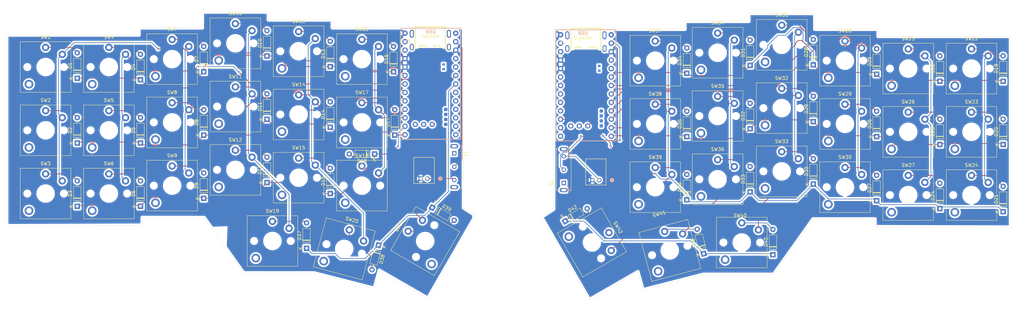
<source format=kicad_pcb>
(kicad_pcb (version 20241229) (generator "pcbnew") (generator_version "9.0")
  (title_block (title "Thyme: Split Keyboard PCB") (date "03/28/2025") (rev "1.16"))
  (layers (0 "F.Cu" signal) (2 "B.Cu" signal) (13 "F.Paste" user) (15 "B.Paste" user) (5 "F.SilkS" user "F.Silkscreen") (7 "B.SilkS" user "B.Silkscreen") (1 "F.Mask" user) (3 "B.Mask" user) (25 "Edge.Cuts" user))
  (net 0 "")
  (net 1 "L-ROW0")
  (net 2 "Net-(D1-A)")
  (net 3 "L-ROW1")
  (net 4 "Net-(D2-A)")
  (net 5 "L-ROW2")
  (net 6 "Net-(D3-A)")
  (net 7 "Net-(D4-A)")
  (net 8 "Net-(D5-A)")
  (net 9 "Net-(D6-A)")
  (net 10 "Net-(D7-A)")
  (net 11 "Net-(D8-A)")
  (net 12 "Net-(D9-A)")
  (net 13 "Net-(D10-A)")
  (net 14 "Net-(D11-A)")
  (net 15 "Net-(D12-A)")
  (net 16 "Net-(D13-A)")
  (net 17 "Net-(D14-A)")
  (net 18 "Net-(D15-A)")
  (net 19 "Net-(D16-A)")
  (net 20 "Net-(D17-A)")
  (net 21 "Net-(D18-A)")
  (net 22 "R-ROW0")
  (net 23 "Net-(D19-A)")
  (net 24 "Net-(D20-A)")
  (net 25 "R-ROW1")
  (net 26 "R-ROW2")
  (net 27 "Net-(D21-A)")
  (net 28 "Net-(D22-A)")
  (net 29 "Net-(D23-A)")
  (net 30 "Net-(D24-A)")
  (net 31 "Net-(D25-A)")
  (net 32 "Net-(D26-A)")
  (net 33 "Net-(D27-A)")
  (net 34 "Net-(D28-A)")
  (net 35 "Net-(D29-A)")
  (net 36 "Net-(D30-A)")
  (net 37 "Net-(D31-A)")
  (net 38 "Net-(D32-A)")
  (net 39 "Net-(D33-A)")
  (net 40 "Net-(D34-A)")
  (net 41 "Net-(D35-A)")
  (net 42 "Net-(D36-A)")
  (net 43 "Net-(D37-A)")
  (net 44 "Net-(D38-A)")
  (net 45 "Net-(D39-A)")
  (net 46 "Net-(D40-A)")
  (net 47 "Net-(D41-A)")
  (net 48 "Net-(D42-A)")
  (net 49 "L-COL0")
  (net 50 "L-COL1")
  (net 51 "L-COL2")
  (net 52 "L-COL3")
  (net 53 "L-COL4")
  (net 54 "L-COL5")
  (net 55 "R-COL0")
  (net 56 "R-COL1")
  (net 57 "R-COL2")
  (net 58 "R-COL3")
  (net 59 "R-COL4")
  (net 60 "R-COL5")
  (net 66 "LPOWER-GND")
  (net 67 "L-ROW3")
  (net 68 "R-ROW3")
  (net 78 "LPOWER-3.3V")
  (net 79 "RPOWER-GND")
  (net 80 "RPOWER-3.3V")
  (net 85 "LBATTERY_POSITIVE")
  (net 86 "RBATTERY_POSITIVE")
  (net 101 "Net-(S1-Pad2)")
  (net 104 "Net-(S2-Pad2)")
  (footprint "Switch_Keyboard_Kailh:SW_Kailh_Choc_V1V2_1.00u" (layer "F.Cu") (at 314.99302 103.681238)
    (property "Reference" "SW24")
    (property "Value" "SW_Push")
  )
  (footprint "Switch_Keyboard_Kailh:SW_Kailh_Choc_V1V2_1.00u" (layer "F.Cu") (at 55.89257 84.223099)
    (property "Reference" "SW5")
    (property "Value" "SW_Push")
  )
  (footprint "Switch_Keyboard_Kailh:SW_Kailh_Choc_V1V2_1.50u" (layer "F.Cu") (at 150.89257 117.486239 60)
    (property "Reference" "SW21")
    (property "Value" "SW_Push")
  )
  (footprint "Switch_Keyboard_Kailh:SW_Kailh_Choc_V1V2_1.00u" (layer "F.Cu") (at 276.99302 63.306238)
    (property "Reference" "SW28")
    (property "Value" "SW_Push")
  )
  (footprint "Switch_Keyboard_Kailh:SW_Kailh_Choc_V1V2_1.00u" (layer "F.Cu") (at 112.89257 98.473099)
    (property "Reference" "SW15")
    (property "Value" "SW_Push")
  )
  (footprint "Switch_Keyboard_Kailh:SW_Kailh_Choc_V1V2_1.00u" (layer "F.Cu") (at 93.89257 96.098099)
    (property "Reference" "SW12")
    (property "Value" "SW_Push")
  )
  (footprint "libraries:SuperMini NRF52840" (layer "F.Cu") (at 191.56045 55.526769)
    (property "Reference" "U2" (hide yes))
    (property "Value" "nice_nano")
  )
  (footprint "libraries:CONN_S2B-PH-K-S_JST" (layer "F.Cu") (at 151.56767 98.723099 180)
    (property "Reference" "J2")
    (property "Value" "JST BATTERY R")
  )
  (footprint "Diode_THT:D_DO-35_SOD27_P7.62mm_Horizontal" (layer "F.Cu") (at 46.39257 107.033099 90)
    (property "Reference" "D3")
    (property "Value" "D_Small")
  )
  (footprint "Diode_THT:D_DO-35_SOD27_P7.62mm_Horizontal" (layer "F.Cu") (at 229.49302 105.116238 90)
    (property "Reference" "D36")
    (property "Value" "D_Small")
  )
  (footprint "Diode_THT:D_DO-35_SOD27_P7.62mm_Horizontal" (layer "F.Cu") (at 267.47302 64.576238 90)
    (property "Reference" "D28")
    (property "Value" "D_Small")
  )
  (footprint "Diode_THT:D_DO-35_SOD27_P7.62mm_Horizontal" (layer "F.Cu") (at 136.878671 118.717922 -105)
    (property "Reference" "D38")
    (property "Value" "D_Small")
  )
  (footprint "Diode_THT:D_DO-35_SOD27_P7.62mm_Horizontal" (layer "F.Cu") (at 141.39257 66.658099 90)
    (property "Reference" "D16")
    (property "Value" "D_Small")
  )
  (footprint "Diode_THT:D_DO-35_SOD27_P7.62mm_Horizontal" (layer "F.Cu") (at 286.49302 105.363738 90)
    (property "Reference" "D27")
    (property "Value" "D_Small")
  )
  (footprint "Diode_THT:D_DO-35_SOD27_P7.62mm_Horizontal" (layer "F.Cu") (at 65.39257 107.033099 90)
    (property "Reference" "D6")
    (property "Value" "D_Small")
  )
  (footprint "Diode_THT:D_DO-35_SOD27_P7.62mm_Horizontal" (layer "F.Cu") (at 324.49302 69.491238 90)
    (property "Reference" "D19")
    (property "Value" "D_Small")
  )
  (footprint "Diode_THT:D_DO-35_SOD27_P7.62mm_Horizontal" (layer "F.Cu") (at 103.39257 61.908099 90)
    (property "Reference" "D10")
    (property "Value" "D_Small")
  )
  (footprint "Diode_THT:D_DO-35_SOD27_P7.62mm_Horizontal" (layer "F.Cu") (at 46.39257 68.580599 90)
    (property "Reference" "D1")
    (property "Value" "D_Small")
  )
  (footprint "Diode_THT:D_DO-35_SOD27_P7.62mm_Horizontal" (layer "F.Cu") (at 324.49302 108.678738 90)
    (property "Reference" "D21")
    (property "Value" "D_Small")
  )
  (footprint "Diode_THT:D_DO-35_SOD27_P7.62mm_Horizontal" (layer "F.Cu") (at 286.49302 86.116238 90)
    (property "Reference" "D26")
    (property "Value" "D_Small")
  )
  (footprint "Switch_Keyboard_Kailh:SW_Kailh_Choc_V1V2_1.00u" (layer "F.Cu") (at 238.74302 60.931238)
    (property "Reference" "SW34")
    (property "Value" "SW_Push")
  )
  (footprint "Diode_THT:D_DO-35_SOD27_P7.62mm_Horizontal" (layer "F.Cu") (at 84.39257 66.658099 90)
    (property "Reference" "D7")
    (property "Value" "D_Small")
  )
  (footprint "Switch_Keyboard_Kailh:SW_Kailh_Choc_V1V2_1.00u" (layer "F.Cu") (at 126.579978 119.848099 -15)
    (property "Reference" "SW20")
    (property "Value" "SW_Push")
  )
  (footprint "libraries:SW_SLW-1277744-3A-N-D" (layer "F.Cu") (at 159.64257 95.158099 -90)
    (property "Reference" "S1")
    (property "Value" "Power Switch")
  )
  (footprint "Diode_THT:D_DO-35_SOD27_P7.62mm_Horizontal" (layer "F.Cu") (at 65.39257 88.033099 90)
    (property "Reference" "D5")
    (property "Value" "D_Small")
  )
  (footprint "Diode_THT:D_DO-35_SOD27_P7.62mm_Horizontal" (layer "F.Cu") (at 248.49302 83.741238 90)
    (property "Reference" "D32")
    (property "Value" "D_Small")
  )
  (footprint "Diode_THT:D_DO-35_SOD27_P7.62mm_Horizontal" (layer "F.Cu") (at 305.49302 69.491238 90)
    (property "Reference" "D22")
    (property "Value" "D_Small")
  )
  (footprint "Switch_Keyboard_Kailh:SW_Kailh_Choc_V1V2_1.00u" (layer "F.Cu") (at 74.89257 62.848099)
    (property "Reference" "SW7")
    (property "Value" "SW_Push")
  )
  (footprint "Diode_THT:D_DO-35_SOD27_P7.62mm_Horizontal" (layer "F.Cu") (at 267.49302 81.613738 90)
    (property "Reference" "D29")
    (property "Value" "D_Small")
  )
  (footprint "libraries:SW_SLW-1277744-3A-N-D" (layer "F.Cu") (at 192.52302 96.036238 90)
    (property "Reference" "S2")
    (property "Value" "Power Switch")
  )
  (footprint "Diode_THT:D_DO-35_SOD27_P7.62mm_Horizontal" (layer "F.Cu") (at 234.559121 121.286415 105)
    (property "Reference" "D41")
    (property "Value" "D_Small")
  )
  (footprint "libraries:SuperMini NRF52840" (layer "F.Cu") (at 144.835061 55.06863)
    (property "Reference" "U1" (hide yes))
    (property "Value" "nice_nano")
  )
  (footprint "Switch_Keyboard_Kailh:SW_Kailh_Choc_V1V2_1.00u" (layer "F.Cu") (at 257.99302 77.556238)
    (property "Reference" "SW32")
    (property "Value" "SW_Push")
  )
  (footprint "Switch_Keyboard_Kailh:SW_Kailh_Choc_V1V2_1.00u" (layer "F.Cu") (at 224.36802 120.306238 15)
    (property "Reference" "SW41")
    (property "Value" "SW_Push")
  )
  (footprint "Diode_THT:D_DO-35_SOD27_P7.62mm_Horizontal" (layer "F.Cu") (at 324.49302 88.491238 90)
    (property "Reference" "D20")
    (property "Value" "D_Small")
  )
  (footprint "Switch_Keyboard_Kailh:SW_Kailh_Choc_V1V2_1.00u" (layer "F.Cu") (at 238.74302 79.931238)
    (property "Reference" "SW35")
    (property "Value" "SW_Push")
  )
  (footprint "Switch_Keyboard_Kailh:SW_Kailh_Choc_V1V2_1.00u" (layer "F.Cu") (at 93.89257 77.098099)
    (property "Reference" "SW11")
    (property "Value" "SW_Push")
  )
  (footprint "Switch_Keyboard_Kailh:SW_Kailh_Choc_V1V2_1.00u" (layer "F.Cu") (at 257.99302 58.556238)
    (property "Reference" "SW31")
    (property "Value" "SW_Push")
  )
  (footprint "Diode_THT:D_DO-35_SOD27_P7.62mm_Horizontal" (layer "F.Cu") (at 305.49302 107.738738 90)
    (property "Reference" "D24")
    (property "Value" "D_Small")
  )
  (footprint "Switch_Keyboard_Kailh:SW_Kailh_Choc_V1V2_1.00u" (layer "F.Cu") (at 245.99302 117.931238)
    (property "Reference" "SW40")
    (property "Value" "SW_Push")
  )
  (footprint "Switch_Keyboard_Kailh:SW_Kailh_Choc_V1V2_1.00u" (layer "F.Cu") (at 112.89257 60.473099)
    (property "Reference" "SW13")
    (property "Value" "SW_Push")
  )
  (footprint "Switch_Keyboard_Kailh:SW_Kailh_Choc_V1V2_1.00u" (layer "F.Cu") (at 219.99302 101.306238)
    (property "Reference" "SW39")
    (property "Value" "SW_Push")
  )
  (footprint "Diode_THT:D_DO-35_SOD27_P7.62mm_Horizontal" (layer "F.Cu") (at 103.39257 80.908099 90)
    (property "Reference" "D11")
    (property "Value" "D_Small")
  )
  (footprint "Diode_THT:D_DO-35_SOD27_P7.62mm_Horizontal" (layer "F.Cu") (at 135.70257 91.348099 180)
    (property "Reference" "D18")
    (property "Value" "D_Small")
  )
  (footprint "Switch_Keyboard_Kailh:SW_Kailh_Choc_V1V2_1.00u" (layer "F.Cu") (at 295.99302 103.681238)
    (property "Reference" "SW27")
    (property "Value" "SW_Push")
  )
  (footprint "Switch_Keyboard_Kailh:SW_Kailh_Choc_V1V2_1.50u" (layer "F.Cu") (at 200.99302 117.918099 -60)
    (property "Reference" "SW42")
    (property "Value" "SW_Push")
  )
  (footprint "Switch_Keyboard_Kailh:SW_Kailh_Choc_V1V2_1.00u" (layer "F.Cu") (at 55.89257 103.223099)
    (property "Reference" "SW6")
    (property "Value" "SW_Push")
  )
  (footprint "Diode_THT:D_DO-35_SOD27_P7.62mm_Horizontal" (layer "F.Cu") (at 141.76757 85.658099 90)
    (property "Reference" "D17")
    (property "Value" "D_Small")
  )
  (footprint "Switch_Keyboard_Kailh:SW_Kailh_Choc_V1V2_1.00u" (layer "F.Cu") (at 238.74302 98.931238)
    (property "Reference" "SW36")
    (property "Value" "SW_Push")
  )
  (footprint "Switch_Keyboard_Kailh:SW_Kailh_Choc_V1V2_1.00u" (layer "F.Cu") (at 36.89257 65.223099)
    (property "Reference" "SW1")
    (property "Value" "SW_Push")
  )
  (footprint "Switch_Keyboard_Kailh:SW_Kailh_Choc_V1V2_1.00u" (layer "F.Cu") (at 295.99302 84.681238)
    (property "Reference" "SW26")
    (property "Value" "SW_Push")
  )
  (footprint "Switch_Keyboard_Kailh:SW_Kailh_Choc_V1V2_1.00u" (layer "F.Cu") (at 93.89257 58.098099)
    (property "Reference" "SW10")
    (property "Value" "SW_Push")
  )
  (footprint "Switch_Keyboard_Kailh:SW_Kailh_Choc_V1V2_1.00u" (layer "F.Cu") (at 74.89257 100.848099)
    (property "Reference" "SW9")
    (property "Value" "SW_Push")
  )
  (footprint "Diode_THT:D_DO-35_SOD27_P7.62mm_Horizontal" (layer "F.Cu") (at 153.008014 107.438099 -30)
    (property "Reference" "D39")
    (property "Value" "D_Small")
  )
  (footprint "Diode_THT:D_DO-35_SOD27_P7.62mm_Horizontal" (layer "F.Cu") (at 115.26757 119.653099 90)
    (property "Reference" "D37")
    (property "Value" "D_Small")
  )
  (footprint "Diode_THT:D_DO-35_SOD27_P7.62mm_Horizontal" (layer "F.Cu") (at 229.49302 67.116238 90)
    (property "Reference" "D34")
    (property "Value" "D_Small")
  )
  (footprint "Diode_THT:D_DO-35_SOD27_P7.62mm_Horizontal" (layer "F.Cu") (at 84.39257 85.658099 90)
    (property "Reference" "D8")
    (property "Value" "D_Small")
  )
  (footprint "Switch_Keyboard_Kailh:SW_Kailh_Choc_V1V2_1.00u" (layer "F.Cu") (at 257.99302 96.556238)
    (property "Reference" "SW33")
    (property "Value" "SW_Push")
  )
  (footprint "Switch_Keyboard_Kailh:SW_Kailh_Choc_V1V2_1.00u" (layer "F.Cu") (at 36.89257 103.223099)
    (property "Reference" "SW3")
    (property "Value" "SW_Push")
  )
  (footprint "Switch_Keyboard_Kailh:SW_Kailh_Choc_V1V2_1.00u" (layer "F.Cu") (at 276.99302 82.306238)
    (property "Reference" "SW29")
    (property "Value" "SW_Push")
  )
  (footprint "Switch_Keyboard_Kailh:SW_Kailh_Choc_V1V2_1.00u" (layer "F.Cu") (at 131.89257 100.848099)
    (property "Reference" "SW18")
    (property "Value" "SW_Push")
  )
  (footprint "Diode_THT:D_DO-35_SOD27_P7.62mm_Horizontal" (layer "F.Cu") (at 248.49302 102.741238 90)
    (property "Reference" "D33")
    (property "Value" "D_Small")
  )
  (footprint "Switch_Keyboard_Kailh:SW_Kailh_Choc_V1V2_1.00u" (layer "F.Cu") (at 295.99302 65.681238)
    (property "Reference" "SW25")
    (property "Value" "SW_Push")
  )
  (footprint "Diode_THT:D_DO-35_SOD27_P7.62mm_Horizontal" (layer "F.Cu") (at 122.39257 65.093099 90)
    (property "Reference" "D13")
    (property "Value" "D_Small")
  )
  (footprint "Diode_THT:D_DO-35_SOD27_P7.62mm_Horizontal" (layer "F.Cu") (at 255.343464 121.613737 90)
    (property "Reference" "D40")
    (property "Value" "D_Small")
  )
  (footprint "Switch_Keyboard_Kailh:SW_Kailh_Choc_V1V2_1.00u" (layer "F.Cu") (at 314.99302 65.681238)
    (property "Reference" "SW22")
    (property "Value" "SW_Push")
  )
  (footprint "Switch_Keyboard_Kailh:SW_Kailh_Choc_V1V2_1.00u" (layer "F.Cu") (at 219.99302 63.306238)
    (property "Reference" "SW37")
    (property "Value" "SW_Push")
  )
  (footprint "Diode_THT:D_DO-35_SOD27_P7.62mm_Horizontal" (layer "F.Cu") (at 122.39257 83.283099 90)
    (property "Reference" "D14")
    (property "Value" "D_Small")
  )
  (footprint "Switch_Keyboard_Kailh:SW_Kailh_Choc_V1V2_1.00u" (layer "F.Cu") (at 131.89257 81.848099)
    (property "Reference" "SW17")
    (property "Value" "SW_Push")
  )
  (footprint "Diode_THT:D_DO-35_SOD27_P7.62mm_Horizontal" (layer "F.Cu") (at 65.39257 69.033099 90)
    (property "Reference" "D4")
    (property "Value" "D_Small")
  )
  (footprint "Switch_Keyboard_Kailh:SW_Kailh_Choc_V1V2_1.00u" (layer "F.Cu") (at 276.99302 101.306238)
    (property "Reference" "SW30")
    (property "Value" "SW_Push")
  )
  (footprint "Switch_Keyboard_Kailh:SW_Kailh_Choc_V1V2_1.00u" (layer "F.Cu") (at 112.89257 79.473099)
    (property "Reference" "SW14")
    (property "Value" "SW_Push")
  )
  (footprint "Diode_THT:D_DO-35_SOD27_P7.62mm_Horizontal" (layer "F.Cu") (at 84.39257 104.658099 90)
    (property "Reference" "D9")
    (property "Value" "D_Small")
  )
  (footprint "Switch_Keyboard_Kailh:SW_Kailh_Choc_V1V2_1.00u" (layer "F.Cu") (at 36.89257 84.223099)
    (property "Reference" "SW2")
    (property "Value" "SW_Push")
  )
  (footprint "Switch_Keyboard_Kailh:SW_Kailh_Choc_V1V2_1.00u" (layer "F.Cu") (at 219.99302 82.306238)
    (property "Reference" "SW38")
    (property "Value" "SW_Push")
  )
  (footprint "Switch_Keyboard_Kailh:SW_Kailh_Choc_V1V2_1.00u" (layer "F.Cu") (at 105.01757 117.473099)
    (property "Reference" "SW19")
    (property "Value" "SW_Push")
  )
  (footprint "Diode_THT:D_DO-35_SOD27_P7.62mm_Horizontal" (layer "F.Cu") (at 229.49302 86.116238 90)
    (property "Reference" "D35")
    (property "Value" "D_Small")
  )
  (footprint "Switch_Keyboard_Kailh:SW_Kailh_Choc_V1V2_1.00u" (layer "F.Cu") (at 74.89257 81.848099)
    (property "Reference" "SW8")
    (property "Value" "SW_Push")
  )
  (footprint "Diode_THT:D_DO-35_SOD27_P7.62mm_Horizontal" (layer "F.Cu") (at 248.49302 64.741238 90)
    (property "Reference" "D31")
    (property "Value" "D_Small")
  )
  (footprint "Diode_THT:D_DO-35_SOD27_P7.62mm_Horizontal" (layer "F.Cu") (at 103.39257 99.908099 90)
    (property "Reference" "D12")
    (property "Value" "D_Small")
  )
  (footprint "Diode_THT:D_DO-35_SOD27_P7.62mm_Horizontal" (layer "F.Cu") (at 305.49302 88.491238 90)
    (property "Reference" "D23")
    (property "Value" "D_Small")
  )
  (footprint "Diode_THT:D_DO-35_SOD27_P7.62mm_Horizontal" (layer "F.Cu") (at 286.49302 67.363738 90)
    (property "Reference" "D25")
    (property "Value" "D_Small")
  )
  (footprint "libraries:CONN_S2B-PH-K-S_JST" (layer "F.Cu") (at 203.15812 99.181238 180)
    (property "Reference" "J1")
    (property "Value" "JST BATTERY R")
  )
  (footprint "Diode_THT:D_DO-35_SOD27_P7.62mm_Horizontal" (layer "F.Cu") (at 46.39257 88.033099 90)
    (property "Reference" "D2")
    (property "Value" "D_Small")
  )
  (footprint "Switch_Keyboard_Kailh:SW_Kailh_Choc_V1V2_1.00u" (layer "F.Cu") (at 131.89257 62.848099)
    (property "Reference" "SW16")
    (property "Value" "SW_Push")
  )
  (footprint "Diode_THT:D_DO-35_SOD27_P7.62mm_Horizontal" (layer "F.Cu") (at 192.943464 111.523738 30)
    (property "Reference" "D42")
    (property "Value" "D_Small")
  )
  (footprint "Diode_THT:D_DO-35_SOD27_P7.62mm_Horizontal" (layer "F.Cu") (at 122.39257 103.223099 90)
    (property "Reference" "D15")
    (property "Value" "D_Small")
  )
  (footprint "Diode_THT:D_DO-35_SOD27_P7.62mm_Horizontal" (layer "F.Cu") (at 267.49302 100.366238 90)
    (property "Reference" "D30")
    (property "Value" "D_Small")
  )
  (footprint "Switch_Keyboard_Kailh:SW_Kailh_Choc_V1V2_1.00u" (layer "F.Cu") (at 55.89257 65.223099)
    (property "Reference" "SW4")
    (property "Value" "SW_Push")
  )
  (footprint "Switch_Keyboard_Kailh:SW_Kailh_Choc_V1V2_1.00u" (layer "F.Cu") (at 314.99302 84.681238)
    (property "Reference" "SW23")
    (property "Value" "SW_Push")
  )
  (gr_poly (pts (xy 214.804097 126.663222) (xy 216.317843 132.098114) (xy 234.430325 127.461238) (xy 255.550523 127.461238) (xy 267.38257 110.838099) (xy 286.01257 110.818099) (xy 286.06257 113.138099) (xy 326.686674 113.280998) (xy 326.686674 56.051238) (xy 286.936674 56.051238) (xy 286.936674 53.906238) (xy 267.916674 53.906238) (xy 267.916674 49.156238) (xy 248.129174 49.156238) (xy 248.129174 51.531238) (xy 228.931674 51.531238) (xy 228.931674 53.906238) (xy 189.501719 53.906238) (xy 189.51257 107.958099) (xy 185.91257 110.288099) (xy 200.220423 135.062149)) (stroke (width 0.05)) (fill no) (layer "Edge.Cuts"))
  (gr_poly (pts (xy 137.108478 126.229868) (xy 135.594732 131.66476) (xy 117.48225 127.027884) (xy 96.362052 127.027884) (xy 84.530005 110.404745) (xy 65.900005 110.384745) (xy 65.850005 112.704745) (xy 25.225901 112.847644) (xy 25.225901 55.617884) (xy 64.975901 55.617884) (xy 64.975901 53.472884) (xy 83.995901 53.472884) (xy 83.995901 48.722884) (xy 103.783401 48.722884) (xy 103.783401 51.097884) (xy 122.980901 51.097884) (xy 122.980901 53.472884) (xy 162.410856 53.472884) (xy 162.400005 107.524745) (xy 166.000005 109.854745) (xy 151.692152 134.628795)) (stroke (width 0.05)) (fill no) (layer "Edge.Cuts"))
  (segment (start 109.626726 65.093099) (end 106.441726 61.908099) (width 0.2) (layer "F.Cu") (net 1))
  (segment (start 160.075071 67.76862) (end 158.974061 68.86963) (width 0.2) (layer "F.Cu") (net 1))
  (segment (start 65.39257 69.033099) (end 64.94007 68.580599) (width 0.2) (layer "F.Cu") (net 1))
  (segment (start 79.55257 71.498099) (end 67.85757 71.498099) (width 0.2) (layer "F.Cu") (net 1))
  (segment (start 143.604101 68.86963) (end 141.39257 66.658099) (width 0.2) (layer "F.Cu") (net 1))
  (segment (start 103.39257 61.908099) (end 103.13157 61.647099) (width 0.2) (layer "F.Cu") (net 1))
  (segment (start 84.39257 65.198099) (end 84.39257 66.658099) (width 0.2) (layer "F.Cu") (net 1))
  (segment (start 122.39257 65.093099) (end 109.626726 65.093099) (width 0.2) (layer "F.Cu") (net 1))
  (segment (start 67.85757 71.498099) (end 65.39257 69.033099) (width 0.2) (layer "F.Cu") (net 1))
  (segment (start 158.974061 68.86963) (end 143.604101 68.86963) (width 0.2) (layer "F.Cu") (net 1))
  (segment (start 128.362678 66.658099) (end 126.797678 65.093099) (width 0.2) (layer "F.Cu") (net 1))
  (segment (start 106.441726 61.908099) (end 103.39257 61.908099) (width 0.2) (layer "F.Cu") (net 1))
  (segment (start 84.39257 66.658099) (end 79.55257 71.498099) (width 0.2) (layer "F.Cu") (net 1))
  (segment (start 141.39257 66.658099) (end 128.362678 66.658099) (width 0.2) (layer "F.Cu") (net 1))
  (segment (start 126.797678 65.093099) (end 122.39257 65.093099) (width 0.2) (layer "F.Cu") (net 1))
  (segment (start 87.94357 61.647099) (end 84.39257 65.198099) (width 0.2) (layer "F.Cu") (net 1))
  (segment (start 64.94007 68.580599) (end 46.39257 68.580599) (width 0.2) (layer "F.Cu") (net 1))
  (segment (start 103.13157 61.647099) (end 87.94357 61.647099) (width 0.2) (layer "F.Cu") (net 1))
  (segment (start 44.75507 59.323099) (end 46.39257 60.960599) (width 0.2) (layer "F.Cu") (net 2))
  (segment (start 36.89257 59.323099) (end 44.75507 59.323099) (width 0.2) (layer "F.Cu") (net 2))
  (segment (start 104.83357 82.349099) (end 121.45857 82.349099) (width 0.2) (layer "F.Cu") (net 3))
  (segment (start 103.39257 80.908099) (end 104.83357 82.349099) (width 0.2) (layer "F.Cu") (net 3))
  (segment (start 46.39257 88.033099) (end 46.65357 87.772099) (width 0.2) (layer "F.Cu") (net 3))
  (segment (start 144.725592 85.658099) (end 144.835061 85.54863) (width 0.2) (layer "F.Cu") (net 3))
  (segment (start 65.95857 88.599099) (end 81.45157 88.599099) (width 0.2) (layer "F.Cu") (net 3))
  (segment (start 84.39257 85.658099) (end 98.64257 85.658099) (width 0.2) (layer "F.Cu") (net 3))
  (segment (start 141.76757 85.658099) (end 144.725592 85.658099) (width 0.2) (layer "F.Cu") (net 3))
  (segment (start 98.64257 85.658099) (end 103.39257 80.908099) (width 0.2) (layer "F.Cu") (net 3))
  (segment (start 121.45857 82.349099) (end 122.39257 83.283099) (width 0.2) (layer "F.Cu") (net 3))
  (segment (start 140.83357 84.724099) (end 141.76757 85.658099) (width 0.2) (layer "F.Cu") (net 3))
  (segment (start 46.65357 87.772099) (end 65.13157 87.772099) (width 0.2) (layer "F.Cu") (net 3))
  (segment (start 122.39257 83.283099) (end 123.83357 84.724099) (width 0.2) (layer "F.Cu") (net 3))
  (segment (start 65.13157 87.772099) (end 65.39257 88.033099) (width 0.2) (layer "F.Cu") (net 3))
  (segment (start 81.45157 88.599099) (end 84.39257 85.658099) (width 0.2) (layer "F.Cu") (net 3))
  (segment (start 65.39257 88.033099) (end 65.95857 88.599099) (width 0.2) (layer "F.Cu") (net 3))
  (segment (start 123.83357 84.724099) (end 140.83357 84.724099) (width 0.2) (layer "F.Cu") (net 3))
  (segment (start 36.89257 78.323099) (end 44.30257 78.323099) (width 0.2) (layer "F.Cu") (net 4))
  (segment (start 44.30257 78.323099) (end 46.39257 80.413099) (width 0.2) (layer "F.Cu") (net 4))
  (segment (start 127.69357 101.386991) (end 125.857462 103.223099) (width 0.2) (layer "F.Cu") (net 5))
  (segment (start 130.05257 97.998099) (end 127.69357 100.357099) (width 0.2) (layer "F.Cu") (net 5))
  (segment (start 140.43257 91.348099) (end 135.70257 91.348099) (width 0.2) (layer "F.Cu") (net 5))
  (segment (start 65.13157 106.772099) (end 65.39257 107.033099) (width 0.2) (layer "F.Cu") (net 5))
  (segment (start 113.575292 103.223099) (end 122.39257 103.223099) (width 0.2) (layer "F.Cu") (net 5))
  (segment (start 98.64257 104.658099) (end 103.39257 99.908099) (width 0.2) (layer "F.Cu") (net 5))
  (segment (start 46.39257 107.033099) (end 46.65357 106.772099) (width 0.2) (layer "F.Cu") (net 5))
  (segment (start 130.823884 97.998099) (end 130.05257 97.998099) (width 0.2) (layer "F.Cu") (net 5))
  (segment (start 68.06757 104.358099) (end 84.09257 104.358099) (width 0.2) (layer "F.Cu") (net 5))
  (segment (start 142.73257 89.048099) (end 140.43257 91.348099) (width 0.2) (layer "F.Cu") (net 5))
  (segment (start 135.70257 93.119413) (end 130.823884 97.998099) (width 0.2) (layer "F.Cu") (net 5))
  (segment (start 84.09257 104.358099) (end 84.39257 104.658099) (width 0.2) (layer "F.Cu") (net 5))
  (segment (start 84.39257 104.658099) (end 98.64257 104.658099) (width 0.2) (layer "F.Cu") (net 5))
  (segment (start 125.857462 103.223099) (end 122.39257 103.223099) (width 0.2) (layer "F.Cu") (net 5))
  (segment (start 103.39257 99.908099) (end 110.260292 99.908099) (width 0.2) (layer "F.Cu") (net 5))
  (segment (start 65.39257 107.033099) (end 68.06757 104.358099) (width 0.2) (layer "F.Cu") (net 5))
  (segment (start 135.70257 91.348099) (end 135.70257 93.119413) (width 0.2) (layer "F.Cu") (net 5))
  (segment (start 127.69357 100.357099) (end 127.69357 101.386991) (width 0.2) (layer "F.Cu") (net 5))
  (segment (start 110.260292 99.908099) (end 113.575292 103.223099) (width 0.2) (layer "F.Cu") (net 5))
  (segment (start 46.65357 106.772099) (end 65.13157 106.772099) (width 0.2) (layer "F.Cu") (net 5))
  (via (at 142.73257 89.048099) (size 0.6) (drill 0.3) (layers "F.Cu" "B.Cu") (net 5))
  (segment (start 142.73257 89.048099) (end 142.892642 88.888027) (width 0.2) (layer "B.Cu") (net 5))
  (segment (start 142.892642 88.888027) (end 142.892642 84.951049) (width 0.2) (layer "B.Cu") (net 5))
  (segment (start 142.892642 84.951049) (end 144.835061 83.00863) (width 0.2) (layer "B.Cu") (net 5))
  (segment (start 36.89257 97.323099) (end 44.30257 97.323099) (width 0.2) (layer "F.Cu") (net 6))
  (segment (start 44.30257 97.323099) (end 46.39257 99.413099) (width 0.2) (layer "F.Cu") (net 6))
  (segment (start 63.30257 59.323099) (end 65.39257 61.413099) (width 0.2) (layer "F.Cu") (net 7))
  (segment (start 55.89257 59.323099) (end 63.30257 59.323099) (width 0.2) (layer "F.Cu") (net 7))
  (segment (start 55.89257 78.323099) (end 63.30257 78.323099) (width 0.2) (layer "F.Cu") (net 8))
  (segment (start 63.30257 78.323099) (end 65.39257 80.413099) (width 0.2) (layer "F.Cu") (net 8))
  (segment (start 63.30257 97.323099) (end 65.39257 99.413099) (width 0.2) (layer "F.Cu") (net 9))
  (segment (start 55.89257 97.323099) (end 63.30257 97.323099) (width 0.2) (layer "F.Cu") (net 9))
  (segment (start 74.89257 56.948099) (end 82.30257 56.948099) (width 0.2) (layer "F.Cu") (net 10))
  (segment (start 82.30257 56.948099) (end 84.39257 59.038099) (width 0.2) (layer "F.Cu") (net 10))
  (segment (start 79.773884 75.948099) (end 81.863884 78.038099) (width 0.2) (layer "F.Cu") (net 11))
  (segment (start 74.89257 75.948099) (end 79.773884 75.948099) (width 0.2) (layer "F.Cu") (net 11))
  (segment (start 81.863884 78.038099) (end 84.39257 78.038099) (width 0.2) (layer "F.Cu") (net 11))
  (segment (start 82.30257 94.948099) (end 84.39257 97.038099) (width 0.2) (layer "F.Cu") (net 12))
  (segment (start 74.89257 94.948099) (end 82.30257 94.948099) (width 0.2) (layer "F.Cu") (net 12))
  (segment (start 101.30257 52.198099) (end 103.39257 54.288099) (width 0.2) (layer "F.Cu") (net 13))
  (segment (start 93.89257 52.198099) (end 101.30257 52.198099) (width 0.2) (layer "F.Cu") (net 13))
  (segment (start 93.89257 71.198099) (end 101.30257 71.198099) (width 0.2) (layer "F.Cu") (net 14))
  (segment (start 101.30257 71.198099) (end 103.39257 73.288099) (width 0.2) (layer "F.Cu") (net 14))
  (segment (start 101.30257 90.198099) (end 103.39257 92.288099) (width 0.2) (layer "F.Cu") (net 15))
  (segment (start 93.89257 90.198099) (end 101.30257 90.198099) (width 0.2) (layer "F.Cu") (net 15))
  (segment (start 119.49257 54.573099) (end 122.39257 57.473099) (width 0.2) (layer "F.Cu") (net 16))
  (segment (start 112.89257 54.573099) (end 119.49257 54.573099) (width 0.2) (layer "F.Cu") (net 16))
  (segment (start 112.89257 73.573099) (end 120.30257 73.573099) (width 0.2) (layer "F.Cu") (net 17))
  (segment (start 120.30257 73.573099) (end 122.39257 75.663099) (width 0.2) (layer "F.Cu") (net 17))
  (segment (start 112.89257 92.573099) (end 119.36257 92.573099) (width 0.2) (layer "F.Cu") (net 18))
  (segment (start 119.36257 92.573099) (end 122.39257 95.603099) (width 0.2) (layer "F.Cu") (net 18))
  (segment (start 139.30257 56.948099) (end 141.39257 59.038099) (width 0.2) (layer "F.Cu") (net 19))
  (segment (start 131.89257 56.948099) (end 139.30257 56.948099) (width 0.2) (layer "F.Cu") (net 19))
  (segment (start 141.76757 78.038099) (end 139.67757 75.948099) (width 0.2) (layer "F.Cu") (net 20))
  (segment (start 139.67757 75.948099) (end 131.89257 75.948099) (width 0.2) (layer "F.Cu") (net 20))
  (segment (start 131.89257 94.948099) (end 128.29257 91.348099) (width 0.2) (layer "F.Cu") (net 21))
  (segment (start 128.29257 91.348099) (end 128.08257 91.348099) (width 0.2) (layer "F.Cu") (net 21))
  (segment (start 269.75202 66.855238) (end 267.47302 64.576238) (width 0.2) (layer "F.Cu") (net 22))
  (segment (start 208.171981 66.855238) (end 206.80046 68.226759) (width 0.2) (layer "F.Cu") (net 22))
  (segment (start 229.23202 66.855238) (end 208.171981 66.855238) (width 0.2) (layer "F.Cu") (net 22))
  (segment (start 229.49302 67.116238) (end 229.23202 66.855238) (width 0.2) (layer "F.Cu") (net 22))
  (segment (start 245.47802 67.756238) (end 230.13302 67.756238) (width 0.2) (layer "F.Cu") (net 22))
  (segment (start 324.23202 69.230238) (end 305.75402 69.230238) (width 0.2) (layer "F.Cu") (net 22))
  (segment (start 285.98452 66.855238) (end 269.75202 66.855238) (width 0.2) (layer "F.Cu") (net 22))
  (segment (start 288.35952 69.230238) (end 286.49302 67.363738) (width 0.2) (layer "F.Cu") (net 22))
  (segment (start 286.49302 67.363738) (end 285.98452 66.855238) (width 0.2) (layer "F.Cu") (net 22))
  (segment (start 305.75402 69.230238) (end 305.49302 69.491238) (width 0.2) (layer "F.Cu") (net 22))
  (segment (start 248.49302 64.741238) (end 245.47802 67.756238) (width 0.2) (layer "F.Cu") (net 22))
  (segment (start 305.23202 69.230238) (end 288.35952 69.230238) (width 0.2) (layer "F.Cu") (net 22))
  (segment (start 230.13302 67.756238) (end 229.49302 67.116238) (width 0.2) (layer "F.Cu") (net 22))
  (segment (start 324.49302 69.491238) (end 324.23202 69.230238) (width 0.2) (layer "F.Cu") (net 22))
  (segment (start 305.49302 69.491238) (end 305.23202 69.230238) (width 0.2) (layer "F.Cu") (net 22))
  (segment (start 253.79402 58.68796) (end 253.79402 59.440238) (width 0.2) (layer "B.Cu") (net 22))
  (segment (start 261.509298 53.355238) (end 259.184298 55.680238) (width 0.2) (layer "B.Cu") (net 22))
  (segment (start 253.79402 59.440238) (end 248.49302 64.741238) (width 0.2) (layer "B.Cu") (net 22))
  (segment (start 256.801742 55.680238) (end 253.79402 58.68796) (width 0.2) (layer "B.Cu") (net 22))
  (segment (start 264.39402 57.617346) (end 264.39402 54.175924) (width 0.2) (layer "B.Cu") (net 22))
  (segment (start 259.184298 55.680238) (end 256.801742 55.680238) (width 0.2) (layer "B.Cu") (net 22))
  (segment (start 267.47302 60.696346) (end 264.39402 57.617346) (width 0.2) (layer "B.Cu") (net 22))
  (segment (start 267.47302 64.576238) (end 267.47302 60.696346) (width 0.2) (layer "B.Cu") (net 22))
  (segment (start 264.39402 54.175924) (end 263.573334 53.355238) (width 0.2) (layer "B.Cu") (net 22))
  (segment (start 263.573334 53.355238) (end 261.509298 53.355238) (width 0.2) (layer "B.Cu") (net 22))
  (segment (start 314.99302 59.781238) (end 319.874334 59.781238) (width 0.2) (layer "F.Cu") (net 23))
  (segment (start 319.874334 59.781238) (end 321.964334 61.871238) (width 0.2) (layer "F.Cu") (net 23))
  (segment (start 321.964334 61.871238) (end 324.49302 61.871238) (width 0.2) (layer "F.Cu") (net 23))
  (segment (start 314.99302 78.781238) (end 322.40302 78.781238) (width 0.2) (layer "F.Cu") (net 24))
  (segment (start 322.40302 78.781238) (end 324.49302 80.871238) (width 0.2) (layer "F.Cu") (net 24))
  (segment (start 271.73452 85.855238) (end 267.49302 81.613738) (width 0.2) (layer "F.Cu") (net 25))
  (segment (start 267.49302 81.613738) (end 266.98452 81.105238) (width 0.2) (layer "F.Cu") (net 25))
  (segment (start 248.49302 83.741238) (end 245.55202 86.682238) (width 0.2) (layer "F.Cu") (net 25))
  (segment (start 305.75402 88.230238) (end 305.49302 88.491238) (width 0.2) (layer "F.Cu") (net 25))
  (segment (start 324.23202 88.230238) (end 305.75402 88.230238) (width 0.2) (layer "F.Cu") (net 25))
  (segment (start 305.49302 88.491238) (end 291.917176 88.491238) (width 0.2) (layer "F.Cu") (net 25))
  (segment (start 230.05902 86.682238) (end 229.49302 86.116238) (width 0.2) (layer "F.Cu") (net 25))
  (segment (start 251.12902 81.105238) (end 248.49302 83.741238) (width 0.2) (layer "F.Cu") (net 25))
  (segment (start 245.55202 86.682238) (end 230.05902 86.682238) (width 0.2) (layer "F.Cu") (net 25))
  (segment (start 206.951981 85.855238) (end 206.80046 86.006759) (width 0.2) (layer "F.Cu") (net 25))
  (segment (start 324.49302 88.491238) (end 324.23202 88.230238) (width 0.2) (layer "F.Cu") (net 25))
  (segment (start 266.98452 81.105238) (end 251.12902 81.105238) (width 0.2) (layer "F.Cu") (net 25))
  (segment (start 291.917176 88.491238) (end 289.542176 86.116238) (width 0.2) (layer "F.Cu") (net 25))
  (segment (start 289.542176 86.116238) (end 286.49302 86.116238) (width 0.2) (layer "F.Cu") (net 25))
  (segment (start 229.23202 85.855238) (end 206.951981 85.855238) (width 0.2) (layer "F.Cu") (net 25))
  (segment (start 229.49302 86.116238) (end 229.23202 85.855238) (width 0.2) (layer "F.Cu") (net 25))
  (segment (start 286.49302 86.116238) (end 286.23202 85.855238) (width 0.2) (layer "F.Cu") (net 25))
  (segment (start 286.23202 85.855238) (end 271.73452 85.855238) (width 0.2) (layer "F.Cu") (net 25))
  (segment (start 214.856297 97.256571) (end 220.010631 97.256571) (width 0.2) (layer "F.Cu") (net 26))
  (segment (start 191.56045 80.926769) (end 199.376495 80.926769) (width 0.2) (layer "F.Cu") (net 26))
  (segment (start 206.543464 88.943738) (end 214.856297 97.256571) (width 0.2) (layer "F.Cu") (net 26))
  (segment (start 199.376495 80.926769) (end 204.363464 85.913738) (width 0.2) (layer "F.Cu") (net 26))
  (via (at 206.543464 88.943738) (size 0.6) (drill 0.3) (layers "F.Cu" "B.Cu") (net 26))
  (via (at 220.010631 97.256571) (size 0.6) (drill 0.3) (layers "F.Cu" "B.Cu") (net 26))
  (via (at 204.363464 85.913738) (size 0.6) (drill 0.3) (layers "F.Cu" "B.Cu") (net 26))
  (segment (start 306.00152 107.230238) (end 305.49302 107.738738) (width 0.2) (layer "B.Cu") (net 26))
  (segment (start 285.98452 104.855238) (end 271.98202 104.855238) (width 0.2) (layer "B.Cu") (net 26))
  (segment (start 206.543464 88.093738) (end 206.543464 88.943738) (width 0.2) (layer "B.Cu") (net 26))
  (segment (start 262.50552 105.353738) (end 251.10552 105.353738) (width 0.2) (layer "B.Cu") (net 26))
  (segment (start 230.05902 105.682238) (end 229.49302 105.116238) (width 0.2) (layer "B.Cu") (net 26))
  (segment (start 323.04452 107.230238) (end 306.00152 107.230238) (width 0.2) (layer "B.Cu") (net 26))
  (segment (start 245.55202 105.682238) (end 230.05902 105.682238) (width 0.2) (layer "B.Cu") (net 26))
  (segment (start 229.49302 105.116238) (end 229.49302 103.466346) (width 0.2) (layer "B.Cu") (net 26))
  (segment (start 324.49302 108.678738) (end 323.04452 107.230238) (width 0.2) (layer "B.Cu") (net 26))
  (segment (start 271.98202 104.855238) (end 267.49302 100.366238) (width 0.2) (layer "B.Cu") (net 26))
  (segment (start 286.49302 105.363738) (end 285.98452 104.855238) (width 0.2) (layer "B.Cu") (net 26))
  (segment (start 220.010631 97.256571) (end 219.950298 97.196238) (width 0.2) (layer "B.Cu") (net 26))
  (segment (start 221.661298 98.907238) (end 220.010631 97.256571) (width 0.2) (layer "B.Cu") (net 26))
  (segment (start 286.49302 105.363738) (end 287.68652 106.557238) (width 0.2) (layer "B.Cu") (net 26))
  (segment (start 229.49302 103.466346) (end 224.933912 98.907238) (width 0.2) (layer "B.Cu") (net 26))
  (segment (start 287.68652 106.557238) (end 304.31152 106.557238) (width 0.2) (layer "B.Cu") (net 26))
  (segment (start 224.933912 98.907238) (end 221.661298 98.907238) (width 0.2) (layer "B.Cu") (net 26))
  (segment (start 204.363464 85.913738) (end 206.543464 88.093738) (width 0.2) (layer "B.Cu") (net 26))
  (segment (start 251.10552 105.353738) (end 248.49302 102.741238) (width 0.2) (layer "B.Cu") (net 26))
  (segment (start 304.31152 106.557238) (end 305.49302 107.738738) (width 0.2) (layer "B.Cu") (net 26))
  (segment (start 248.49302 102.741238) (end 245.55202 105.682238) (width 0.2) (layer "B.Cu") (net 26))
  (segment (start 267.49302 100.366238) (end 262.50552 105.353738) (width 0.2) (layer "B.Cu") (net 26))
  (segment (start 321.21552 97.781238) (end 324.49302 101.058738) (width 0.2) (layer "F.Cu") (net 27))
  (segment (start 314.99302 97.781238) (end 321.21552 97.781238) (width 0.2) (layer "F.Cu") (net 27))
  (segment (start 303.40302 59.781238) (end 305.49302 61.871238) (width 0.2) (layer "F.Cu") (net 28))
  (segment (start 295.99302 59.781238) (end 303.40302 59.781238) (width 0.2) (layer "F.Cu") (net 28))
  (segment (start 303.40302 78.781238) (end 305.49302 80.871238) (width 0.2) (layer "F.Cu") (net 29))
  (segment (start 295.99302 78.781238) (end 303.40302 78.781238) (width 0.2) (layer "F.Cu") (net 29))
  (segment (start 303.15552 97.781238) (end 305.49302 100.118738) (width 0.2) (layer "F.Cu") (net 30))
  (segment (start 295.99302 97.781238) (end 303.15552 97.781238) (width 0.2) (layer "F.Cu") (net 30))
  (segment (start 284.15552 57.406238) (end 286.49302 59.743738) (width 0.2) (layer "F.Cu") (net 31))
  (segment (start 276.99302 57.406238) (end 284.15552 57.406238) (width 0.2) (layer "F.Cu") (net 31))
  (segment (start 276.99302 76.406238) (end 284.40302 76.406238) (width 0.2) (layer "F.Cu") (net 32))
  (segment (start 284.40302 76.406238) (end 286.49302 78.496238) (width 0.2) (layer "F.Cu") (net 32))
  (segment (start 276.99302 95.406238) (end 284.15552 95.406238) (width 0.2) (layer "F.Cu") (net 33))
  (segment (start 284.15552 95.406238) (end 286.49302 97.743738) (width 0.2) (layer "F.Cu") (net 33))
  (segment (start 263.17302 52.656238) (end 267.47302 56.956238) (width 0.2) (layer "F.Cu") (net 34))
  (segment (start 257.99302 52.656238) (end 263.17302 52.656238) (width 0.2) (layer "F.Cu") (net 34))
  (segment (start 257.99302 71.656238) (end 265.15552 71.656238) (width 0.2) (layer "F.Cu") (net 35))
  (segment (start 265.15552 71.656238) (end 267.49302 73.993738) (width 0.2) (layer "F.Cu") (net 35))
  (segment (start 257.99302 90.656238) (end 265.40302 90.656238) (width 0.2) (layer "F.Cu") (net 36))
  (segment (start 265.40302 90.656238) (end 267.49302 92.746238) (width 0.2) (layer "F.Cu") (net 36))
  (segment (start 246.40302 55.031238) (end 248.49302 57.121238) (width 0.2) (layer "F.Cu") (net 37))
  (segment (start 238.74302 55.031238) (end 246.40302 55.031238) (width 0.2) (layer "F.Cu") (net 37))
  (segment (start 238.74302 74.031238) (end 246.40302 74.031238) (width 0.2) (layer "F.Cu") (net 38))
  (segment (start 246.40302 74.031238) (end 248.49302 76.121238) (width 0.2) (layer "F.Cu") (net 38))
  (segment (start 238.74302 93.031238) (end 246.40302 93.031238) (width 0.2) (layer "F.Cu") (net 39))
  (segment (start 246.40302 93.031238) (end 248.49302 95.121238) (width 0.2) (layer "F.Cu") (net 39))
  (segment (start 227.40302 57.406238) (end 229.49302 59.496238) (width 0.2) (layer "F.Cu") (net 40))
  (segment (start 219.99302 57.406238) (end 227.40302 57.406238) (width 0.2) (layer "F.Cu") (net 40))
  (segment (start 219.99302 76.406238) (end 227.40302 76.406238) (width 0.2) (layer "F.Cu") (net 41))
  (segment (start 227.40302 76.406238) (end 229.49302 78.496238) (width 0.2) (layer "F.Cu") (net 41))
  (segment (start 227.40302 95.406238) (end 229.49302 97.496238) (width 0.2) (layer "F.Cu") (net 42))
  (segment (start 219.99302 95.406238) (end 227.40302 95.406238) (width 0.2) (layer "F.Cu") (net 42))
  (segment (start 105.01757 111.573099) (end 114.80757 111.573099) (width 0.2) (layer "F.Cu") (net 43))
  (segment (start 114.80757 111.573099) (end 115.26757 112.033099) (width 0.2) (layer "F.Cu") (net 43))
  (segment (start 134.90647 122.445612) (end 134.90647 126.078277) (width 0.2) (layer "F.Cu") (net 44))
  (segment (start 128.10701 115.646152) (end 134.90647 122.445612) (width 0.2) (layer "F.Cu") (net 44))
  (segment (start 128.10701 114.149137) (end 128.10701 115.646152) (width 0.2) (layer "F.Cu") (net 44))
  (segment (start 156.318988 114.536239) (end 159.607128 111.248099) (width 0.2) (layer "F.Cu") (net 45))
  (segment (start 145.78302 114.536239) (end 156.318988 114.536239) (width 0.2) (layer "F.Cu") (net 45))
  (segment (start 245.99302 112.031238) (end 253.380965 112.031238) (width 0.2) (layer "B.Cu") (net 46))
  (segment (start 253.380965 112.031238) (end 255.343464 113.993737) (width 0.2) (layer "B.Cu") (net 46))
  (segment (start 222.840988 114.607276) (end 223.522204 113.92606) (width 0.2) (layer "B.Cu") (net 47))
  (segment (start 223.522204 113.92606) (end 232.58692 113.92606) (width 0.2) (layer "B.Cu") (net 47))
  (segment (start 199.542578 108.408107) (end 199.542578 107.713738) (width 0.2) (layer "F.Cu") (net 48))
  (segment (start 206.10257 114.968099) (end 199.542578 108.408107) (width 0.2) (layer "F.Cu") (net 48))
  (segment (start 139.59157 66.257099) (end 140.29157 65.557099) (width 0.2) (layer "F.Cu") (net 49))
  (segment (start 142.62353 65.557099) (end 144.835061 67.76863) (width 0.2) (layer "F.Cu") (net 49))
  (segment (start 125.053678 63.349099) (end 126.396678 64.692099) (width 0.2) (layer "F.Cu") (net 49))
  (segment (start 107.931462 59.172099) (end 110.01657 61.257207) (width 0.2) (layer "F.Cu") (net 49))
  (segment (start 70.65257 59.788099) (end 78.651256 59.788099) (width 0.2) (layer "F.Cu") (net 49))
  (segment (start 103.92657 59.172099) (end 107.931462 59.172099) (width 0.2) (layer "F.Cu") (net 49))
  (segment (start 110.01657 61.257207) (end 110.01657 61.664377) (width 0.2) (layer "F.Cu") (net 49))
  (segment (start 78.651256 59.788099) (end 79.837256 60.974099) (width 0.2) (layer "F.Cu") (net 49))
  (segment (start 129.669292 64.692099) (end 131.234292 66.257099) (width 0.2) (layer "F.Cu") (net 49))
  (segment (start 140.29157 65.557099) (end 142.62353 65.557099) (width 0.2) (layer "F.Cu") (net 49))
  (segment (start 79.837256 60.974099) (end 102.12457 60.974099) (width 0.2) (layer "F.Cu") (net 49))
  (segment (start 110.01657 61.664377) (end 111.701292 63.349099) (width 0.2) (layer "F.Cu") (net 49))
  (segment (start 102.12457 60.974099) (end 103.92657 59.172099) (width 0.2) (layer "F.Cu") (net 49))
  (segment (start 131.234292 66.257099) (end 139.59157 66.257099) (width 0.2) (layer "F.Cu") (net 49))
  (segment (start 126.396678 64.692099) (end 129.669292 64.692099) (width 0.2) (layer "F.Cu") (net 49))
  (segment (start 111.701292 63.349099) (end 125.053678 63.349099) (width 0.2) (layer "F.Cu") (net 49))
  (via (at 70.65257 59.788099) (size 0.6) (drill 0.3) (layers "F.Cu" "B.Cu") (net 49))
  (segment (start 40.792571 79.3231) (end 41.89257 80.423099) (width 0.2) (layer "B.Cu") (net 49))
  (segment (start 40.792571 62.523098) (end 40.792571 79.3231) (width 0.2) (layer "B.Cu") (net 49))
  (segment (start 41.89257 61.423099) (end 45.39757 57.918099) (width 0.2) (layer "B.Cu") (net 49))
  (segment (start 41.89257 61.423099) (end 40.792571 62.523098) (width 0.2) (layer "B.Cu") (net 49))
  (segment (start 68.78257 57.918099) (end 70.65257 59.788099) (width 0.2) (layer "B.Cu") (net 49))
  (segment (start 45.39757 57.918099) (end 68.78257 57.918099) (width 0.2) (layer "B.Cu") (net 49))
  (segment (start 40.96857 98.499099) (end 41.89257 99.423099) (width 0.2) (layer "B.Cu") (net 49))
  (segment (start 40.96857 81.347099) (end 40.96857 98.499099) (width 0.2) (layer "B.Cu") (net 49))
  (segment (start 41.89257 80.423099) (end 40.96857 81.347099) (width 0.2) (layer "B.Cu") (net 49))
  (segment (start 95.02257 66.798099) (end 98.533101 70.30863) (width 0.2) (layer "F.Cu") (net 50))
  (segment (start 98.533101 70.30863) (end 144.835061 70.30863) (width 0.2) (layer "F.Cu") (net 50))
  (segment (start 65.86657 66.397099) (end 81.23357 66.397099) (width 0.2) (layer "F.Cu") (net 50))
  (segment (start 81.23357 66.397099) (end 82.58257 65.048099) (width 0.2) (layer "F.Cu") (net 50))
  (segment (start 60.89257 61.423099) (end 65.86657 66.397099) (width 0.2) (layer "F.Cu") (net 50))
  (via (at 82.58257 65.048099) (size 0.6) (drill 0.3) (layers "F.Cu" "B.Cu") (net 50))
  (via (at 95.02257 66.798099) (size 0.6) (drill 0.3) (layers "F.Cu" "B.Cu") (net 50))
  (segment (start 59.792571 81.523098) (end 60.89257 80.423099) (width 0.2) (layer "B.Cu") (net 50))
  (segment (start 93.27257 65.048099) (end 95.02257 66.798099) (width 0.2) (layer "B.Cu") (net 50))
  (segment (start 82.58257 65.048099) (end 93.27257 65.048099) (width 0.2) (layer "B.Cu") (net 50))
  (segment (start 59.792571 79.3231) (end 59.792571 62.523098) (width 0.2) (layer "B.Cu") (net 50))
  (segment (start 59.792571 98.3231) (end 59.792571 81.523098) (width 0.2) (layer "B.Cu") (net 50))
  (segment (start 59.792571 62.523098) (end 60.89257 61.423099) (width 0.2) (layer "B.Cu") (net 50))
  (segment (start 60.89257 99.423099) (end 59.792571 98.3231) (width 0.2) (layer "B.Cu") (net 50))
  (segment (start 60.89257 80.423099) (end 59.792571 79.3231) (width 0.2) (layer "B.Cu") (net 50))
  (segment (start 95.083848 79.974099) (end 81.81857 79.974099) (width 0.2) (layer "F.Cu") (net 51))
  (segment (start 115.658848 78.172099) (end 113.283848 75.797099) (width 0.2) (layer "F.Cu") (net 51))
  (segment (start 134.635616 78.172099) (end 115.658848 78.172099) (width 0.2) (layer "F.Cu") (net 51))
  (segment (start 96.76857 78.289377) (end 95.083848 79.974099) (width 0.2) (layer "F.Cu") (net 51))
  (segment (start 136.932147 80.46863) (end 144.835061 80.46863) (width 0.2) (layer "F.Cu") (net 51))
  (segment (start 136.932147 80.46863) (end 134.635616 78.172099) (width 0.2) (layer "F.Cu") (net 51))
  (segment (start 96.76857 77.738099) (end 96.76857 78.289377) (width 0.2) (layer "F.Cu") (net 51))
  (segment (start 98.70957 75.797099) (end 96.76857 77.738099) (width 0.2) (layer "F.Cu") (net 51))
  (segment (start 81.81857 79.974099) (end 79.89257 78.048099) (width 0.2) (layer "F.Cu") (net 51))
  (segment (start 113.283848 75.797099) (end 98.70957 75.797099) (width 0.2) (layer "F.Cu") (net 51))
  (segment (start 78.792571 95.9481) (end 79.89257 97.048099) (width 0.2) (layer "B.Cu") (net 51))
  (segment (start 78.792571 76.9481) (end 79.89257 78.048099) (width 0.2) (layer "B.Cu") (net 51))
  (segment (start 79.89257 59.048099) (end 78.792571 60.148098) (width 0.2) (layer "B.Cu") (net 51))
  (segment (start 78.792571 60.148098) (end 78.792571 76.9481) (width 0.2) (layer "B.Cu") (net 51))
  (segment (start 79.89257 78.048099) (end 78.792571 79.148098) (width 0.2) (layer "B.Cu") (net 51))
  (segment (start 78.792571 79.148098) (end 78.792571 95.9481) (width 0.2) (layer "B.Cu") (net 51))
  (segment (start 99.992569 74.398098) (end 110.086257 74.398098) (width 0.2) (layer "F.Cu") (net 52))
  (segment (start 144.15853 72.172099) (end 144.835061 72.84863) (width 0.2) (layer "F.Cu") (net 52))
  (segment (start 98.89257 73.298099) (end 99.992569 74.398098) (width 0.2) (layer "F.Cu") (net 52))
  (segment (start 112.312256 72.172099) (end 144.15853 72.172099) (width 0.2) (layer "F.Cu") (net 52))
  (segment (start 110.086257 74.398098) (end 112.312256 72.172099) (width 0.2) (layer "F.Cu") (net 52))
  (segment (start 97.792571 91.1981) (end 97.792571 74.398098) (width 0.2) (layer "B.Cu") (net 52))
  (segment (start 110.01757 103.423099) (end 110.01757 113.673099) (width 0.2) (layer "B.Cu") (net 52))
  (segment (start 97.792571 55.398098) (end 98.89257 54.298099) (width 0.2) (layer "B.Cu") (net 52))
  (segment (start 97.792571 74.398098) (end 98.89257 73.298099) (width 0.2) (layer "B.Cu") (net 52))
  (segment (start 98.89257 92.298099) (end 110.01757 103.423099) (width 0.2) (layer "B.Cu") (net 52))
  (segment (start 98.89257 92.298099) (end 97.792571 91.1981) (width 0.2) (layer "B.Cu") (net 52))
  (segment (start 98.89257 73.298099) (end 97.792571 72.1981) (width 0.2) (layer "B.Cu") (net 52))
  (segment (start 97.792571 72.1981) (end 97.792571 55.398098) (width 0.2) (layer "B.Cu") (net 52))
  (segment (start 128.510256 77.349099) (end 131.312256 74.547099) (width 0.2) (layer "F.Cu") (net 53))
  (segment (start 131.312256 74.547099) (end 143.99353 74.547099) (width 0.2) (layer "F.Cu") (net 53))
  (segment (start 143.99353 74.547099) (end 144.835061 75.38863) (width 0.2) (layer "F.Cu") (net 53))
  (segment (start 117.89257 75.673099) (end 119.56857 77.349099) (width 0.2) (layer "F.Cu") (net 53))
  (segment (start 119.56857 77.349099) (end 128.510256 77.349099) (width 0.2) (layer "F.Cu") (net 53))
  (segment (start 117.89257 56.673099) (end 115.76857 58.797099) (width 0.2) (layer "B.Cu") (net 53))
  (segment (start 116.792571 93.5731) (end 117.89257 94.673099) (width 0.2) (layer "B.Cu") (net 53))
  (segment (start 132.39312 109.173649) (end 132.39312 117.471676) (width 0.2) (layer "B.Cu") (net 53))
  (segment (start 115.76857 58.797099) (end 115.76857 73.549099) (width 0.2) (layer "B.Cu") (net 53))
  (segment (start 115.76857 73.549099) (end 117.89257 75.673099) (width 0.2) (layer "B.Cu") (net 53))
  (segment (start 116.792571 76.773098) (end 116.792571 93.5731) (width 0.2) (layer "B.Cu") (net 53))
  (segment (start 117.89257 75.673099) (end 116.792571 76.773098) (width 0.2) (layer "B.Cu") (net 53))
  (segment (start 117.89257 94.673099) (end 132.39312 109.173649) (width 0.2) (layer "B.Cu") (net 53))
  (segment (start 136.89257 98.047009) (end 136.89257 97.048099) (width 0.2) (layer "F.Cu") (net 54))
  (segment (start 137.992569 79.148098) (end 143.615593 79.148098) (width 0.2) (layer "F.Cu") (net 54))
  (segment (start 136.89257 78.048099) (end 137.992569 79.148098) (width 0.2) (layer "F.Cu") (net 54))
  (segment (start 143.615593 79.148098) (end 144.835061 77.92863) (width 0.2) (layer "F.Cu") (net 54))
  (segment (start 150.101673 111.256112) (end 136.89257 98.047009) (width 0.2) (layer "F.Cu") (net 54))
  (segment (start 136.89257 78.048099) (end 138.69357 79.849099) (width 0.2) (layer "B.Cu") (net 54))
  (segment (start 138.69357 79.849099) (end 138.69357 95.247099) (width 0.2) (layer "B.Cu") (net 54))
  (segment (start 135.792571 76.9481) (end 136.89257 78.048099) (width 0.2) (layer "B.Cu") (net 54))
  (segment (start 136.89257 59.048099) (end 135.792571 60.148098) (width 0.2) (layer "B.Cu") (net 54))
  (segment (start 138.69357 95.247099) (end 136.89257 97.048099) (width 0.2) (layer "B.Cu") (net 54))
  (segment (start 135.792571 60.148098) (end 135.792571 76.9481) (width 0.2) (layer "B.Cu") (net 54))
  (segment (start 319.99302 61.881238) (end 314.05802 61.881238) (width 0.2) (layer "F.Cu") (net 55))
  (segment (start 277.573334 56.005238) (end 276.412706 56.005238) (width 0.2) (layer "F.Cu") (net 55))
  (segment (start 309.14052 56.963738) (end 278.531834 56.963738) (width 0.2) (layer "F.Cu") (net 55))
  (segment (start 262.19202 58.017346) (end 262.19202 58.424516) (width 0.2) (layer "F.Cu") (net 55))
  (segment (start 262.954128 57.255238) (end 262.19202 58.017346) (width 0.2) (layer "F.Cu") (net 55))
  (segment (start 314.05802 61.881238) (end 309.14052 56.963738) (width 0.2) (layer "F.Cu") (net 55))
  (segment (start 264.031912 57.255238) (end 262.954128 57.255238) (width 0.2) (layer "F.Cu") (net 55))
  (segment (start 276.412706 56.005238) (end 274.012706 58.405238) (width 0.2) (layer "F.Cu") (net 55))
  (segment (start 262.19202 58.424516) (end 249.849777 70.766759) (width 0.2) (layer "F.Cu") (net 55))
  (segment (start 265.181912 58.405238) (end 264.031912 57.255238) (width 0.2) (layer "F.Cu") (net 55))
  (segment (start 274.012706 58.405238) (end 265.181912 58.405238) (width 0.2) (layer "F.Cu") (net 55))
  (segment (start 278.531834 56.963738) (end 277.573334 56.005238) (width 0.2) (layer "F.Cu") (net 55))
  (segment (start 249.849777 70.766759) (end 206.80046 70.766759) (width 0.2) (layer "F.Cu") (net 55))
  (segment (start 319.99302 80.881238) (end 318.893021 81.981237) (width 0.2) (layer "B.Cu") (net 55))
  (segment (start 318.893021 98.781239) (end 319.99302 99.881238) (width 0.2) (layer "B.Cu") (net 55))
  (segment (start 318.893021 79.781239) (end 319.99302 80.881238) (width 0.2) (layer "B.Cu") (net 55))
  (segment (start 318.893021 62.981237) (end 318.893021 79.781239) (width 0.2) (layer "B.Cu") (net 55))
  (segment (start 318.893021 81.981237) (end 318.893021 98.781239) (width 0.2) (layer "B.Cu") (net 55))
  (segment (start 319.99302 61.881238) (end 318.893021 62.981237) (width 0.2) (layer "B.Cu") (net 55))
  (segment (start 281.412706 58.105238) (end 280.711706 58.806238) (width 0.2) (layer "F.Cu") (net 56))
  (segment (start 286.349334 61.881238) (end 282.573334 58.105238) (width 0.2) (layer "F.Cu") (net 56))
  (segment (start 282.573334 58.105238) (end 281.412706 58.105238) (width 0.2) (layer "F.Cu") (net 56))
  (segment (start 252.560912 71.828238) (end 208.278981 71.828238) (width 0.2) (layer "F.Cu") (net 56))
  (segment (start 265.582912 58.806238) (end 252.560912 71.828238) (width 0.2) (layer "F.Cu") (net 56))
  (segment (start 208.278981 71.828238) (end 206.80046 73.306759) (width 0.2) (layer "F.Cu") (net 56))
  (segment (start 300.99302 61.881238) (end 286.349334 61.881238) (width 0.2) (layer "F.Cu") (net 56))
  (segment (start 280.711706 58.806238) (end 265.582912 58.806238) (width 0.2) (layer "F.Cu") (net 56))
  (segment (start 302.79402 79.080238) (end 302.79402 63.682238) (width 0.2) (layer "B.Cu") (net 56))
  (segment (start 302.79402 98.080238) (end 302.79402 82.682238) (width 0.2) (layer "B.Cu") (net 56))
  (segment (start 302.79402 63.682238) (end 300.99302 61.881238) (width 0.2) (layer "B.Cu") (net 56))
  (segment (start 300.99302 80.881238) (end 302.79402 79.080238) (width 0.2) (layer "B.Cu") (net 56))
  (segment (start 300.99302 99.881238) (end 302.79402 98.080238) (width 0.2) (layer "B.Cu") (net 56))
  (segment (start 302.79402 82.682238) (end 300.99302 80.881238) (width 0.2) (layer "B.Cu") (net 56))
  (segment (start 268.161706 59.506238) (end 255.438706 72.229238) (width 0.2) (layer "F.Cu") (net 57))
  (segment (start 255.438706 72.229238) (end 210.417981 72.229238) (width 0.2) (layer "F.Cu") (net 57))
  (segment (start 281.99302 59.506238) (end 268.161706 59.506238) (width 0.2) (layer "F.Cu") (net 57))
  (segment (start 210.417981 72.229238) (end 206.80046 75.846759) (width 0.2) (layer "F.Cu") (net 57))
  (segment (start 280.893021 79.606237) (end 280.893021 96.406239) (width 0.2) (layer "B.Cu") (net 57))
  (segment (start 281.99302 59.506238) (end 280.893021 60.606237) (width 0.2) (layer "B.Cu") (net 57))
  (segment (start 280.893021 60.606237) (end 280.893021 77.406239) (width 0.2) (layer "B.Cu") (net 57))
  (segment (start 280.893021 96.406239) (end 281.99302 97.506238) (width 0.2) (layer "B.Cu") (net 57))
  (segment (start 280.893021 77.406239) (end 281.99302 78.506238) (width 0.2) (layer "B.Cu") (net 57))
  (segment (start 281.99302 78.506238) (end 280.893021 79.606237) (width 0.2) (layer "B.Cu") (net 57))
  (segment (start 246.69512 73.756238) (end 245.56912 72.630238) (width 0.2) (layer "F.Cu") (net 58))
  (segment (start 262.99302 73.756238) (end 246.69512 73.756238) (width 0.2) (layer "F.Cu") (net 58))
  (segment (start 212.556981 72.630238) (end 206.80046 78.386759) (width 0.2) (layer "F.Cu") (net 58))
  (segment (start 250.99302 107.623516) (end 261.893021 96.723515) (width 0.2) (layer "F.Cu") (net 58))
  (segment (start 245.56912 72.630238) (end 212.556981 72.630238) (width 0.2) (layer "F.Cu") (net 58))
  (segment (start 261.893021 93.856237) (end 262.99302 92.756238) (width 0.2) (layer "F.Cu") (net 58))
  (segment (start 250.99302 114.131238) (end 250.99302 107.623516) (width 0.2) (layer "F.Cu") (net 58))
  (segment (start 261.893021 96.723515) (end 261.893021 93.856237) (width 0.2) (layer "F.Cu") (net 58))
  (segment (start 261.893021 72.656239) (end 261.893021 55.856237) (width 0.2) (layer "B.Cu") (net 58))
  (segment (start 262.99302 92.756238) (end 261.893021 91.656239) (width 0.2) (layer "B.Cu") (net 58))
  (segment (start 261.893021 91.656239) (end 261.893021 74.856237) (width 0.2) (layer "B.Cu") (net 58))
  (segment (start 261.893021 74.856237) (end 262.99302 73.756238) (width 0.2) (layer "B.Cu") (net 58))
  (segment (start 261.893021 55.856237) (end 262.99302 54.756238) (width 0.2) (layer "B.Cu") (net 58))
  (segment (start 262.99302 73.756238) (end 261.893021 72.656239) (width 0.2) (layer "B.Cu") (net 58))
  (segment (start 232.28907 75.005238) (end 212.721981 75.005238) (width 0.2) (layer "F.Cu") (net 59))
  (segment (start 241.61902 97.255238) (end 243.74302 95.131238) (width 0.2) (layer "F.Cu") (net 59))
  (segment (start 233.41507 76.131238) (end 232.28907 75.005238) (width 0.2) (layer "F.Cu") (net 59))
  (segment (start 243.74302 76.131238) (end 233.41507 76.131238) (width 0.2) (layer "F.Cu") (net 59))
  (segment (start 212.721981 75.005238) (end 206.80046 80.926759) (width 0.2) (layer "F.Cu") (net 59))
  (segment (start 241.61902 101.936742) (end 241.61902 97.255238) (width 0.2) (layer "F.Cu") (net 59))
  (segment (start 228.214137 115.341625) (end 241.61902 101.936742) (width 0.2) (layer "F.Cu") (net 59))
  (segment (start 242.643021 77.231237) (end 242.643021 94.031239) (width 0.2) (layer "B.Cu") (net 59))
  (segment (start 243.74302 76.131238) (end 242.643021 77.231237) (width 0.2) (layer "B.Cu") (net 59))
  (segment (start 243.74302 57.131238) (end 242.643021 58.231237) (width 0.2) (layer "B.Cu") (net 59))
  (segment (start 242.643021 75.031239) (end 243.74302 76.131238) (width 0.2) (layer "B.Cu") (net 59))
  (segment (start 242.643021 58.231237) (end 242.643021 75.031239) (width 0.2) (layer "B.Cu") (net 59))
  (segment (start 242.643021 94.031239) (end 243.74302 95.131238) (width 0.2) (layer "B.Cu") (net 59))
  (segment (start 206.783917 120.348226) (end 222.953464 104.178679) (width 0.2) (layer "F.Cu") (net 60))
  (segment (start 222.953464 104.178679) (end 222.953464 99.545794) (width 0.2) (layer "F.Cu") (net 60))
  (segment (start 211.252499 83.466759) (end 206.80046 83.466759) (width 0.2) (layer "F.Cu") (net 60))
  (segment (start 216.21302 78.506238) (end 211.252499 83.466759) (width 0.2) (layer "F.Cu") (net 60))
  (segment (start 224.99302 78.506238) (end 216.21302 78.506238) (width 0.2) (layer "F.Cu") (net 60))
  (segment (start 222.953464 99.545794) (end 224.99302 97.506238) (width 0.2) (layer "F.Cu") (net 60))
  (segment (start 223.893021 60.606237) (end 223.893021 77.406239) (width 0.2) (layer "B.Cu") (net 60))
  (segment (start 223.893021 79.606237) (end 223.893021 96.406239) (width 0.2) (layer "B.Cu") (net 60))
  (segment (start 224.99302 78.506238) (end 223.893021 79.606237) (width 0.2) (layer "B.Cu") (net 60))
  (segment (start 223.893021 77.406239) (end 224.99302 78.506238) (width 0.2) (layer "B.Cu") (net 60))
  (segment (start 223.893021 96.406239) (end 224.99302 97.506238) (width 0.2) (layer "B.Cu") (net 60))
  (segment (start 224.99302 59.506238) (end 223.893021 60.606237) (width 0.2) (layer "B.Cu") (net 60))
  (segment (start 123.9477 121.283099) (end 125.3887 122.724099) (width 0.2) (layer "B.Cu") (net 67))
  (segment (start 125.3887 122.724099) (end 132.872494 122.724099) (width 0.2) (layer "B.Cu") (net 67))
  (segment (start 145.741481 109.855112) (end 150.651001 109.855112) (width 0.2) (layer "B.Cu") (net 67))
  (segment (start 132.872494 122.724099) (end 136.595121 119.001472) (width 0.2) (layer "B.Cu") (net 67))
  (segment (start 152.993014 107.513099) (end 157.854261 102.651852) (width 0.2) (layer "B.Cu") (net 67))
  (segment (start 157.854261 102.651852) (end 157.854261 72.52943) (width 0.2) (layer "B.Cu") (net 67))
  (segment (start 150.651001 109.855112) (end 152.709464 107.796649) (width 0.2) (layer "B.Cu") (net 67))
  (segment (start 116.89757 121.283099) (end 115.26757 119.653099) (width 0.2) (layer "B.Cu") (net 67))
  (segment (start 123.9477 121.283099) (end 116.89757 121.283099) (width 0.2) (layer "B.Cu") (net 67))
  (segment (start 136.878671 118.717922) (end 145.741481 109.855112) (width 0.2) (layer "B.Cu") (net 67))
  (segment (start 157.854261 72.52943) (end 160.075071 70.30862) (width 0.2) (layer "B.Cu") (net 67))
  (segment (start 192.943464 111.523738) (end 194.03202 110.435182) (width 0.2) (layer "F.Cu") (net 68))
  (segment (start 194.03202 110.435182) (end 194.03202 85.938339) (width 0.2) (layer "F.Cu") (net 68))
  (segment (start 194.03202 85.938339) (end 191.56045 83.466769) (width 0.2) (layer "F.Cu") (net 68))
  (segment (start 255.016142 121.286415) (end 234.559121 121.286415) (width 0.2) (layer "B.Cu") (net 68))
  (segment (start 198.665937 111.523738) (end 192.943464 111.523738) (width 0.2) (layer "B.Cu") (net 68))
  (segment (start 204.572437 117.430238) (end 198.665937 111.523738) (width 0.2) (layer "B.Cu") (net 68))
  (segment (start 255.343464 121.613737) (end 255.016142 121.286415) (width 0.2) (layer "B.Cu") (net 68))
  (segment (start 234.559121 121.286415) (end 230.702944 117.430238) (width 0.2) (layer "B.Cu") (net 68))
  (segment (start 230.702944 117.430238) (end 204.572437 117.430238) (width 0.2) (layer "B.Cu") (net 68))
  (segment (start 151.56767 98.723099) (end 159.20757 98.723099) (width 0.2) (layer "F.Cu") (net 85))
  (segment (start 159.20757 98.723099) (end 159.64257 99.158099) (width 0.2) (layer "F.Cu") (net 85))
  (segment (start 203.15812 99.181238) (end 196.01312 92.036238) (width 0.2) (layer "B.Cu") (net 86))
  (segment (start 196.01312 92.036238) (end 192.52302 92.036238) (width 0.2) (layer "B.Cu") (net 86))
  (segment (start 161.95507 92.845599) (end 159.64257 95.158099) (width 0.2) (layer "F.Cu") (net 101))
  (segment (start 160.075071 57.60862) (end 161.95507 59.488619) (width 0.2) (layer "F.Cu") (net 101))
  (segment (start 161.95507 59.488619) (end 161.95507 92.845599) (width 0.2) (layer "F.Cu") (net 101))
  (segment (start 197.63302 86.006238) (end 199.32302 86.006238) (width 0.2) (layer "F.Cu") (net 104))
  (segment (start 199.32302 86.006238) (end 200.55302 87.236238) (width 0.2) (layer "F.Cu") (net 104))
  (segment (start 200.55302 87.236238) (end 209.39302 87.236238) (width 0.2) (layer "F.Cu") (net 104))
  (via (at 197.63302 86.006238) (size 0.6) (drill 0.3) (layers "F.Cu" "B.Cu") (net 104))
  (via (at 209.39302 87.236238) (size 0.6) (drill 0.3) (layers "F.Cu" "B.Cu") (net 104))
  (segment (start 209.39302 59.353294) (end 209.39302 87.236238) (width 0.2) (layer "B.Cu") (net 104))
  (segment (start 197.63302 86.660101) (end 197.63302 86.006238) (width 0.2) (layer "B.Cu") (net 104))
  (segment (start 206.80046 58.066759) (end 208.106485 58.066759) (width 0.2) (layer "B.Cu") (net 104))
  (segment (start 191.56802 91.640664) (end 192.417446 90.791238) (width 0.2) (layer "B.Cu") (net 104))
  (segment (start 208.106485 58.066759) (end 209.39302 59.353294) (width 0.2) (layer "B.Cu") (net 104))
  (segment (start 192.52302 96.036238) (end 191.56802 95.081238) (width 0.2) (layer "B.Cu") (net 104))
  (segment (start 192.417446 90.791238) (end 193.501883 90.791238) (width 0.2) (layer "B.Cu") (net 104))
  (segment (start 191.56802 95.081238) (end 191.56802 91.640664) (width 0.2) (layer "B.Cu") (net 104))
  (segment (start 193.501883 90.791238) (end 197.63302 86.660101) (width 0.2) (layer "B.Cu") (net 104))
  (zone (net 79) (net_name "RPOWER-GND") (layer "B.Cu") (connect_pads (clearance 0.5)) (min_thickness 0.25) (fill yes (thermal_gap 0.5) (thermal_bridge_width 0.5))
    (polygon (pts (xy 186.88302 52.186238) (xy 257.65302 46.276238) (xy 330.78302 54.896238) (xy 330.05302 118.676238) (xy 274.12257 119.878099) (xy 261.86302 134.076238) (xy 184.00302 137.966238)))
  )
  (zone (net 66) (net_name "LPOWER-GND") (layer "B.Cu") (priority 1) (connect_pads (clearance 0.5)) (min_thickness 0.25) (fill yes (thermal_gap 0.5) (thermal_bridge_width 0.5))
    (polygon (pts (xy 24.53257 53.518099) (xy 92.17257 45.088099) (xy 164.75257 51.728099) (xy 165.15257 137.508099) (xy 90.78257 134.288099) (xy 91.53257 112.988099) (xy 23.19257 116.228099)))
  )
)
</source>
